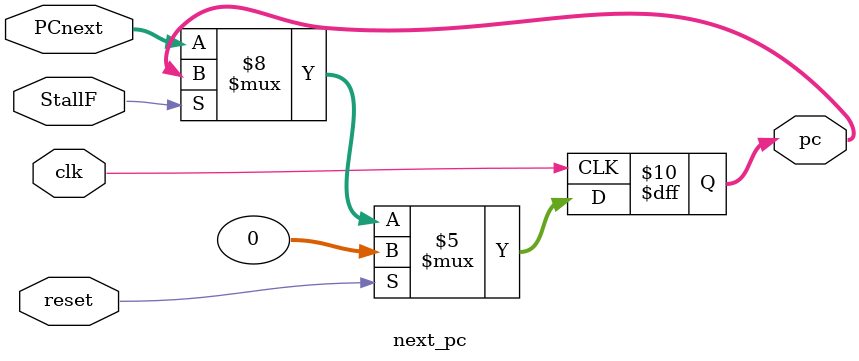
<source format=v>

module next_pc(output reg [31:0] pc, input [31:0] PCnext ,input clk,reset,StallF);
 
  
  always @(posedge clk) begin
    if(StallF==0) begin
      pc=PCnext;
    end
    if (reset==1) begin
    	pc=0;
    end
  end
  
endmodule
</source>
